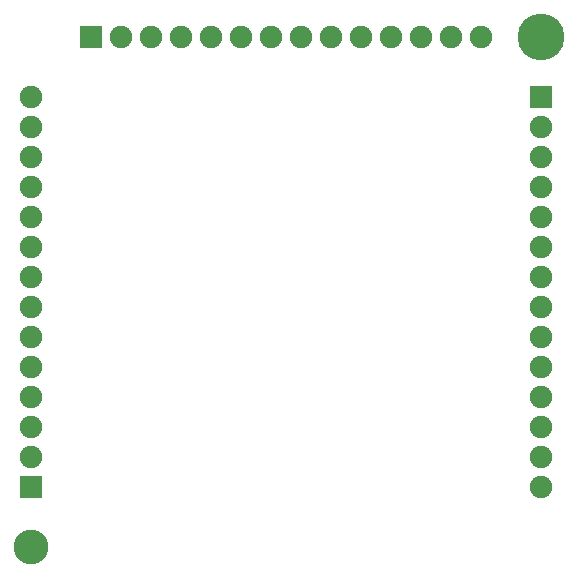
<source format=gbs>
G04 (created by PCBNEW (2013-mar-13)-testing) date Sun 04 Aug 2013 09:21:59 PM CEST*
%MOIN*%
G04 Gerber Fmt 3.4, Leading zero omitted, Abs format*
%FSLAX34Y34*%
G01*
G70*
G90*
G04 APERTURE LIST*
%ADD10C,0.005906*%
%ADD11C,0.116000*%
%ADD12C,0.156000*%
%ADD13R,0.075100X0.075100*%
%ADD14C,0.075100*%
G04 APERTURE END LIST*
G54D10*
G54D11*
X21000Y-38000D03*
G54D12*
X38000Y-21000D03*
G54D13*
X23000Y-21000D03*
G54D14*
X24000Y-21000D03*
X25000Y-21000D03*
X26000Y-21000D03*
X27000Y-21000D03*
X28000Y-21000D03*
X29000Y-21000D03*
X30000Y-21000D03*
X31000Y-21000D03*
X32000Y-21000D03*
X33000Y-21000D03*
X34000Y-21000D03*
X35000Y-21000D03*
X36000Y-21000D03*
G54D13*
X21000Y-36000D03*
G54D14*
X21000Y-35000D03*
X21000Y-34000D03*
X21000Y-33000D03*
X21000Y-32000D03*
X21000Y-31000D03*
X21000Y-30000D03*
X21000Y-29000D03*
X21000Y-28000D03*
X21000Y-27000D03*
X21000Y-26000D03*
X21000Y-25000D03*
X21000Y-24000D03*
X21000Y-23000D03*
G54D13*
X38000Y-23000D03*
G54D14*
X38000Y-24000D03*
X38000Y-25000D03*
X38000Y-26000D03*
X38000Y-27000D03*
X38000Y-28000D03*
X38000Y-29000D03*
X38000Y-30000D03*
X38000Y-31000D03*
X38000Y-32000D03*
X38000Y-33000D03*
X38000Y-34000D03*
X38000Y-35000D03*
X38000Y-36000D03*
M02*

</source>
